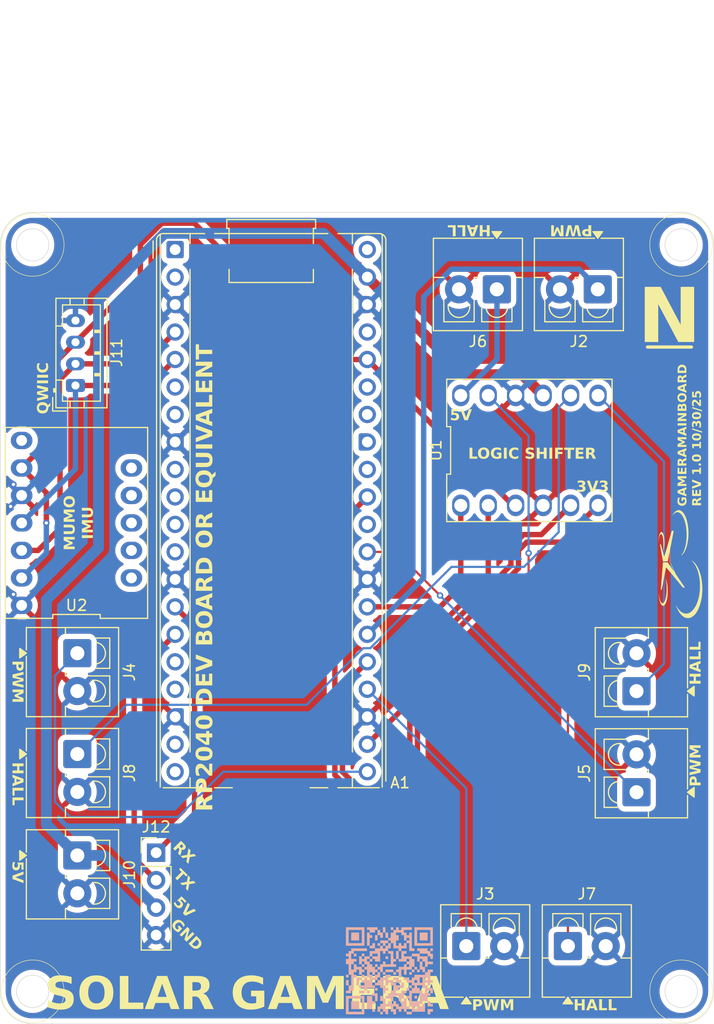
<source format=kicad_pcb>
(kicad_pcb (version 20241229) (generator "pcbnew") (generator_version "9.0")
  (layers (0 "F.Cu" signal) (2 "B.Cu" signal) (13 "F.Paste" user) (15 "B.Paste" user) (5 "F.SilkS" user "F.Silkscreen") (7 "B.SilkS" user "B.Silkscreen") (1 "F.Mask" user) (3 "B.Mask" user) (25 "Edge.Cuts" user))
  (net 0 "")
  (net 7 "SDA")
  (net 17 "SCL")
  (net 21 "GND")
  (net 22 "+5V")
  (net 23 "EPWM")
  (net 24 "NPWM")
  (net 25 "SPWM")
  (net 26 "WPWM")
  (net 27 "+3V3")
  (net 28 "NHALL5V")
  (net 29 "SHALL5V")
  (net 30 "EHALL5V")
  (net 31 "WHALL5V")
  (net 33 "NHALL3V3")
  (net 34 "SHALL3V3")
  (net 35 "EHALL3V3")
  (net 36 "WHALL3V3")
  (net 43 "RX")
  (net 44 "TX")
  (footprint "TerminalBlock_4Ucon:TerminalBlock_4Ucon_1x02_P3.50mm_Vertical" (layer "F.Cu") (at 144.986 97.112 180)
    (property "Reference" "J6" (at 1.75 -4.82 0) (layer "F.SilkS"))
    (property "Value" "North HALL")
    (pad "1" thru_hole roundrect (at 0 0 180) (size 2.6 2.6) (drill 1.3) (layers "*.Cu" "*.Mask") (roundrect_rratio 0.096154) (net 28 "NHALL5V"))
    (pad "2" thru_hole circle (at 3.5 0 180) (size 2.6 2.6) (drill 1.3) (layers "*.Cu" "*.Mask") (net 21 "GND"))
  )
  (footprint "TerminalBlock_4Ucon:TerminalBlock_4Ucon_1x02_P3.50mm_Vertical" (layer "F.Cu") (at 157.912 143.594 90)
    (property "Reference" "J5" (at 1.75 -4.82 90) (layer "F.SilkS"))
    (property "Value" "West PWM")
    (pad "1" thru_hole roundrect (at 0 0 90) (size 2.6 2.6) (drill 1.3) (layers "*.Cu" "*.Mask") (roundrect_rratio 0.096154) (net 26 "WPWM"))
    (pad "2" thru_hole circle (at 3.5 0 90) (size 2.6 2.6) (drill 1.3) (layers "*.Cu" "*.Mask") (net 21 "GND"))
  )
  (footprint "TerminalBlock_4Ucon:TerminalBlock_4Ucon_1x02_P3.50mm_Vertical" (layer "F.Cu") (at 106.1705 140.066 -90)
    (property "Reference" "J8" (at 1.75 -4.82 90) (layer "F.SilkS"))
    (property "Value" "East Hall")
    (pad "1" thru_hole roundrect (at 0 0 270) (size 2.6 2.6) (drill 1.3) (layers "*.Cu" "*.Mask") (roundrect_rratio 0.096154) (net 30 "EHALL5V"))
    (pad "2" thru_hole circle (at 3.5 0 270) (size 2.6 2.6) (drill 1.3) (layers "*.Cu" "*.Mask") (net 21 "GND"))
  )
  (footprint "TerminalBlock_4Ucon:TerminalBlock_4Ucon_1x02_P3.50mm_Vertical" (layer "F.Cu") (at 142.164 157.818)
    (property "Reference" "J3" (at 1.75 -4.82 0) (layer "F.SilkS"))
    (property "Value" "South PWM")
    (pad "1" thru_hole roundrect (at 0 0) (size 2.6 2.6) (drill 1.3) (layers "*.Cu" "*.Mask") (roundrect_rratio 0.096154) (net 25 "SPWM"))
    (pad "2" thru_hole circle (at 3.5 0) (size 2.6 2.6) (drill 1.3) (layers "*.Cu" "*.Mask") (net 21 "GND"))
  )
  (footprint "Connector_JST:JST_PH_B4B-PH-K_1x04_P2.00mm_Vertical" (layer "F.Cu") (at 106 106 90)
    (property "Reference" "J11" (at 3.046 3.81 270) (layer "F.SilkS"))
    (property "Value" "QWIIC")
    (pad "1" thru_hole roundrect (at 0 0 90) (size 1.2 1.75) (drill 0.75) (layers "*.Cu" "*.Mask") (roundrect_rratio 0.208333) (net 17 "SCL"))
    (pad "2" thru_hole oval (at 2 0 90) (size 1.2 1.75) (drill 0.75) (layers "*.Cu" "*.Mask") (net 7 "SDA"))
    (pad "3" thru_hole oval (at 4 0 90) (size 1.2 1.75) (drill 0.75) (layers "*.Cu" "*.Mask") (net 27 "+3V3"))
    (pad "4" thru_hole oval (at 6 0 90) (size 1.2 1.75) (drill 0.75) (layers "*.Cu" "*.Mask") (net 21 "GND"))
  )
  (footprint "LOGO" (layer "F.Cu") (at 161.976 122.512 90)
    (property "Reference" "G***" (hide yes))
    (property "Value" "LOGO" (hide yes))
  )
  (footprint "Custom_Footprint_Library:Logic Shifter" (layer "F.Cu") (at 148 112)
    (property "Reference" "U1" (at -8.65 0 90) (layer "F.SilkS"))
    (property "Value" "~")
    (pad "1" thru_hole oval (at -6.35 5.08) (size 1.6 2) (drill 1.2) (layers "*.Cu" "*.Mask") (net 36 "WHALL3V3"))
    (pad "2" thru_hole oval (at -3.81 5.08) (size 1.6 2) (drill 1.2) (layers "*.Cu" "*.Mask") (net 35 "EHALL3V3"))
    (pad "3" thru_hole oval (at -1.27 5.08) (size 1.6 2) (drill 1.2) (layers "*.Cu" "*.Mask") (net 27 "+3V3"))
    (pad "4" thru_hole oval (at 1.27 5.08) (size 1.6 2) (drill 1.2) (layers "*.Cu" "*.Mask") (net 21 "GND"))
    (pad "5" thru_hole oval (at 3.81 5.08) (size 1.6 2) (drill 1.2) (layers "*.Cu" "*.Mask") (net 34 "SHALL3V3"))
    (pad "6" thru_hole oval (at 6.35 5.08) (size 1.6 2) (drill 1.2) (layers "*.Cu" "*.Mask") (net 33 "NHALL3V3"))
    (pad "7" thru_hole oval (at 6.35 -5.08) (size 1.6 2) (drill 1.2) (layers "*.Cu" "*.Mask") (net 31 "WHALL5V"))
    (pad "8" thru_hole oval (at 3.81 -5.08) (size 1.6 2) (drill 1.2) (layers "*.Cu" "*.Mask") (net 30 "EHALL5V"))
    (pad "9" thru_hole oval (at 1.27 -5.08) (size 1.6 2) (drill 1.2) (layers "*.Cu" "*.Mask") (net 22 "+5V"))
    (pad "10" thru_hole oval (at -1.27 -5.08) (size 1.6 2) (drill 1.2) (layers "*.Cu" "*.Mask") (net 21 "GND"))
    (pad "11" thru_hole oval (at -3.81 -5.08) (size 1.6 2) (drill 1.2) (layers "*.Cu" "*.Mask") (net 29 "SHALL5V"))
    (pad "12" thru_hole oval (at -6.35 -5.08) (size 1.6 2) (drill 1.2) (layers "*.Cu" "*.Mask") (net 28 "NHALL5V"))
  )
  (footprint "TerminalBlock_4Ucon:TerminalBlock_4Ucon_1x02_P3.50mm_Vertical" (layer "F.Cu") (at 151.562 157.818)
    (property "Reference" "J7" (at 1.75 -4.82 0) (layer "F.SilkS"))
    (property "Value" "South Hall")
    (pad "1" thru_hole roundrect (at 0 0) (size 2.6 2.6) (drill 1.3) (layers "*.Cu" "*.Mask") (roundrect_rratio 0.096154) (net 29 "SHALL5V"))
    (pad "2" thru_hole circle (at 3.5 0) (size 2.6 2.6) (drill 1.3) (layers "*.Cu" "*.Mask") (net 21 "GND"))
  )
  (footprint "Custom_Footprint_Library:Mumo" (layer "F.Cu") (at 106.096 118.702 90)
    (property "Reference" "U2" (at -7.62 0 0) (layer "F.SilkS"))
    (property "Value" "~")
    (pad "1" thru_hole oval (at 5.08 5.08 90) (size 1.6 2) (drill 1) (layers "*.Cu" "*.Mask"))
    (pad "2" thru_hole oval (at 2.54 5.08 90) (size 1.6 2) (drill 1) (layers "*.Cu" "*.Mask"))
    (pad "3" thru_hole oval (at 0 5.08 90) (size 1.6 2) (drill 1) (layers "*.Cu" "*.Mask"))
    (pad "4" thru_hole oval (at -2.54 5.08 90) (size 1.6 2) (drill 1) (layers "*.Cu" "*.Mask"))
    (pad "5" thru_hole oval (at -5.08 5.08 90) (size 1.6 2) (drill 1) (layers "*.Cu" "*.Mask"))
    (pad "6" thru_hole oval (at 7.62 -5.08 90) (size 1.6 2) (drill 1) (layers "*.Cu" "*.Mask"))
    (pad "7" thru_hole oval (at 5.08 -5.08 90) (size 1.6 2) (drill 1) (layers "*.Cu" "*.Mask") (net 27 "+3V3"))
    (pad "8" thru_hole oval (at 2.54 -5.08 90) (size 1.6 2) (drill 1) (layers "*.Cu" "*.Mask") (net 21 "GND"))
    (pad "9" thru_hole oval (at 0 -5.08 90) (size 1.6 2) (drill 1) (layers "*.Cu" "*.Mask") (net 17 "SCL"))
    (pad "10" thru_hole oval (at -2.54 -5.08 90) (size 1.6 2) (drill 1) (layers "*.Cu" "*.Mask") (net 7 "SDA"))
    (pad "11" thru_hole oval (at -5.08 -5.08 90) (size 1.6 2) (drill 1) (layers "*.Cu" "*.Mask") (net 27 "+3V3"))
    (pad "12" thru_hole oval (at -7.62 -5.08 90) (size 1.6 2) (drill 1) (layers "*.Cu" "*.Mask") (net 21 "GND"))
  )
  (footprint "TerminalBlock_4Ucon:TerminalBlock_4Ucon_1x02_P3.50mm_Vertical" (layer "F.Cu") (at 157.912 134.252 90)
    (property "Reference" "J9" (at 1.75 -4.82 90) (layer "F.SilkS"))
    (property "Value" "West Hall")
    (pad "1" thru_hole roundrect (at 0 0 90) (size 2.6 2.6) (drill 1.3) (layers "*.Cu" "*.Mask") (roundrect_rratio 0.096154) (net 31 "WHALL5V"))
    (pad "2" thru_hole circle (at 3.5 0 90) (size 2.6 2.6) (drill 1.3) (layers "*.Cu" "*.Mask") (net 21 "GND"))
  )
  (footprint "TerminalBlock_4Ucon:TerminalBlock_4Ucon_1x02_P3.50mm_Vertical" (layer "F.Cu") (at 106.1705 130.7425 -90)
    (property "Reference" "J4" (at 1.75 -4.82 90) (layer "F.SilkS"))
    (property "Value" "East PWM")
    (pad "1" thru_hole roundrect (at 0 0 270) (size 2.6 2.6) (drill 1.3) (layers "*.Cu" "*.Mask") (roundrect_rratio 0.096154) (net 23 "EPWM"))
    (pad "2" thru_hole circle (at 3.5 0 270) (size 2.6 2.6) (drill 1.3) (layers "*.Cu" "*.Mask") (net 21 "GND"))
  )
  (footprint "Connector_PinHeader_2.54mm:PinHeader_1x04_P2.54mm_Vertical" (layer "F.Cu") (at 113.462 149.182)
    (property "Reference" "J12" (at 0 -2.38 0) (layer "F.SilkS"))
    (property "Value" "Conn_01x04_Socket")
    (pad "1" thru_hole rect (at 0 0) (size 1.7 1.7) (drill 1) (layers "*.Cu" "*.Mask") (net 43 "RX"))
    (pad "2" thru_hole circle (at 0 2.54) (size 1.7 1.7) (drill 1) (layers "*.Cu" "*.Mask") (net 44 "TX"))
    (pad "3" thru_hole circle (at 0 5.08) (size 1.7 1.7) (drill 1) (layers "*.Cu" "*.Mask") (net 22 "+5V"))
    (pad "4" thru_hole circle (at 0 7.62) (size 1.7 1.7) (drill 1) (layers "*.Cu" "*.Mask") (net 21 "GND"))
  )
  (footprint "Module:RaspberryPi_Pico_Common_THT" (layer "F.Cu") (at 115.22 93.44)
    (property "Reference" "A1" (at 19.812 49.276 0) (layer "F.SilkS") (effects (justify left)))
    (property "Value" "RaspberryPi_Pico")
    (pad "1" thru_hole roundrect (at 0 0) (size 1.6 1.6) (drill 1) (layers "*.Cu" "*.Mask") (roundrect_rratio 0.125))
    (pad "2" thru_hole circle (at 0 2.54) (size 1.6 1.6) (drill 1) (layers "*.Cu" "*.Mask"))
    (pad "3" thru_hole custom (at 0 5.08) (size 1.6 1.6) (drill 1) (layers "*.Cu" "*.Mask") (net 21 "GND") (options (clearance outline) (anchor circle)) (primitives (gr_poly (pts (xy 0.8 0.6) (xy 0.8 -0.6) (xy 0.6 -0.8) (xy 0 -0.8) (xy 0 0.8) (xy 0.6 0.8)) (width 0) (fill yes)) (gr_circle (center 0.6 0.6) (end 0.8 0.6) (width 0) (fill yes)) (gr_circle (center 0.6 -0.6) (end 0.8 -0.6) (width 0) (fill yes))))
    (pad "4" thru_hole circle (at 0 7.62) (size 1.6 1.6) (drill 1) (layers "*.Cu" "*.Mask") (net 7 "SDA"))
    (pad "5" thru_hole circle (at 0 10.16) (size 1.6 1.6) (drill 1) (layers "*.Cu" "*.Mask") (net 17 "SCL"))
    (pad "6" thru_hole circle (at 0 12.7) (size 1.6 1.6) (drill 1) (layers "*.Cu" "*.Mask"))
    (pad "7" thru_hole circle (at 0 15.24) (size 1.6 1.6) (drill 1) (layers "*.Cu" "*.Mask"))
    (pad "8" thru_hole custom (at 0 17.78) (size 1.6 1.6) (drill 1) (layers "*.Cu" "*.Mask") (net 21 "GND") (options (clearance outline) (anchor circle)) (primitives (gr_poly (pts (xy 0.8 0.6) (xy 0.8 -0.6) (xy 0.6 -0.8) (xy 0 -0.8) (xy 0 0.8) (xy 0.6 0.8)) (width 0) (fill yes)) (gr_circle (center 0.6 0.6) (end 0.8 0.6) (width 0) (fill yes)) (gr_circle (center 0.6 -0.6) (end 0.8 -0.6) (width 0) (fill yes))))
    (pad "9" thru_hole circle (at 0 20.32) (size 1.6 1.6) (drill 1) (layers "*.Cu" "*.Mask"))
    (pad "10" thru_hole circle (at 0 22.86) (size 1.6 1.6) (drill 1) (layers "*.Cu" "*.Mask"))
    (pad "11" thru_hole circle (at 0 25.4) (size 1.6 1.6) (drill 1) (layers "*.Cu" "*.Mask"))
    (pad "12" thru_hole circle (at 0 27.94) (size 1.6 1.6) (drill 1) (layers "*.Cu" "*.Mask"))
    (pad "13" thru_hole custom (at 0 30.48) (size 1.6 1.6) (drill 1) (layers "*.Cu" "*.Mask") (net 21 "GND") (options (clearance outline) (anchor circle)) (primitives (gr_poly (pts (xy 0.8 0.6) (xy 0.8 -0.6) (xy 0.6 -0.8) (xy 0 -0.8) (xy 0 0.8) (xy 0.6 0.8)) (width 0) (fill yes)) (gr_circle (center 0.6 0.6) (end 0.8 0.6) (width 0) (fill yes)) (gr_circle (center 0.6 -0.6) (end 0.8 -0.6) (width 0) (fill yes))))
    (pad "14" thru_hole circle (at 0 33.02) (size 1.6 1.6) (drill 1) (layers "*.Cu" "*.Mask") (net 43 "RX"))
    (pad "15" thru_hole circle (at 0 35.56) (size 1.6 1.6) (drill 1) (layers "*.Cu" "*.Mask") (net 44 "TX"))
    (pad "16" thru_hole circle (at 0 38.1) (size 1.6 1.6) (drill 1) (layers "*.Cu" "*.Mask"))
    (pad "17" thru_hole circle (at 0 40.64) (size 1.6 1.6) (drill 1) (layers "*.Cu" "*.Mask"))
    (pad "18" thru_hole custom (at 0 43.18) (size 1.6 1.6) (drill 1) (layers "*.Cu" "*.Mask") (net 21 "GND") (options (clearance outline) (anchor circle)) (primitives (gr_poly (pts (xy 0.8 0.6) (xy 0.8 -0.6) (xy 0.6 -0.8) (xy 0 -0.8) (xy 0 0.8) (xy 0.6 0.8)) (width 0) (fill yes)) (gr_circle (center 0.6 0.6) (end 0.8 0.6) (width 0) (fill yes)) (gr_circle (center 0.6 -0.6) (end 0.8 -0.6) (width 0) (fill yes))))
    (pad "19" thru_hole circle (at 0 45.72) (size 1.6 1.6) (drill 1) (layers "*.Cu" "*.Mask"))
    (pad "20" thru_hole circle (at 0 48.26) (size 1.6 1.6) (drill 1) (layers "*.Cu" "*.Mask"))
    (pad "21" thru_hole circle (at 17.78 48.26) (size 1.6 1.6) (drill 1) (layers "*.Cu" "*.Mask") (net 23 "EPWM"))
    (pad "22" thru_hole circle (at 17.78 45.72) (size 1.6 1.6) (drill 1) (layers "*.Cu" "*.Mask") (net 35 "EHALL3V3"))
    (pad "23" thru_hole custom (at 17.78 43.18) (size 1.6 1.6) (drill 1) (layers "*.Cu" "*.Mask") (net 21 "GND") (options (clearance outline) (anchor circle)) (primitives (gr_poly (pts (xy -0.8 0.6) (xy -0.8 -0.6) (xy -0.6 -0.8) (xy 0 -0.8) (xy 0 0.8) (xy -0.6 0.8)) (width 0) (fill yes)) (gr_circle (center -0.6 0.6) (end -0.4 0.6) (width 0) (fill yes)) (gr_circle (center -0.6 -0.6) (end -0.4 -0.6) (width 0) (fill yes))))
    (pad "24" thru_hole circle (at 17.78 40.64) (size 1.6 1.6) (drill 1) (layers "*.Cu" "*.Mask") (net 25 "SPWM"))
    (pad "25" thru_hole circle (at 17.78 38.1) (size 1.6 1.6) (drill 1) (layers "*.Cu" "*.Mask") (net 34 "SHALL3V3"))
    (pad "26" thru_hole circle (at 17.78 35.56) (size 1.6 1.6) (drill 1) (layers "*.Cu" "*.Mask") (net 24 "NPWM"))
    (pad "27" thru_hole circle (at 17.78 33.02) (size 1.6 1.6) (drill 1) (layers "*.Cu" "*.Mask") (net 36 "WHALL3V3"))
    (pad "28" thru_hole custom (at 17.78 30.48) (size 1.6 1.6) (drill 1) (layers "*.Cu" "*.Mask") (net 21 "GND") (options (clearance outline) (anchor circle)) (primitives (gr_poly (pts (xy -0.8 0.6) (xy -0.8 -0.6) (xy -0.6 -0.8) (xy 0 -0.8) (xy 0 0.8) (xy -0.6 0.8)) (width 0) (fill yes)) (gr_circle (center -0.6 0.6) (end -0.4 0.6) (width 0) (fill yes)) (gr_circle (center -0.6 -0.6) (end -0.4 -0.6) (width 0) (fill yes))))
    (pad "29" thru_hole circle (at 17.78 27.94) (size 1.6 1.6) (drill 1) (layers "*.Cu" "*.Mask") (net 26 "WPWM"))
    (pad "30" thru_hole circle (at 17.78 25.4) (size 1.6 1.6) (drill 1) (layers "*.Cu" "*.Mask"))
    (pad "31" thru_hole circle (at 17.78 22.86) (size 1.6 1.6) (drill 1) (layers "*.Cu" "*.Mask") (net 33 "NHALL3V3"))
    (pad "32" thru_hole circle (at 17.78 20.32) (size 1.6 1.6) (drill 1) (layers "*.Cu" "*.Mask"))
    (pad "33" thru_hole custom (at 17.78 17.78) (size 1.6 1.6) (drill 1) (layers "*.Cu" "*.Mask") (options (clearance outline) (anchor circle)) (primitives (gr_poly (pts (xy -0.8 0.6) (xy -0.8 -0.6) (xy -0.6 -0.8) (xy 0 -0.8) (xy 0 0.8) (xy -0.6 0.8)) (width 0) (fill yes)) (gr_circle (center -0.6 0.6) (end -0.4 0.6) (width 0) (fill yes)) (gr_circle (center -0.6 -0.6) (end -0.4 -0.6) (width 0) (fill yes))))
    (pad "34" thru_hole circle (at 17.78 15.24) (size 1.6 1.6) (drill 1) (layers "*.Cu" "*.Mask"))
    (pad "35" thru_hole circle (at 17.78 12.7) (size 1.6 1.6) (drill 1) (layers "*.Cu" "*.Mask"))
    (pad "36" thru_hole circle (at 17.78 10.16) (size 1.6 1.6) (drill 1) (layers "*.Cu" "*.Mask") (net 27 "+3V3"))
    (pad "37" thru_hole circle (at 17.78 7.62) (size 1.6 1.6) (drill 1) (layers "*.Cu" "*.Mask"))
    (pad "38" thru_hole custom (at 17.78 5.08) (size 1.6 1.6) (drill 1) (layers "*.Cu" "*.Mask") (net 21 "GND") (options (clearance outline) (anchor circle)) (primitives (gr_poly (pts (xy -0.8 0.6) (xy -0.8 -0.6) (xy -0.6 -0.8) (xy 0 -0.8) (xy 0 0.8) (xy -0.6 0.8)) (width 0) (fill yes)) (gr_circle (center -0.6 0.6) (end -0.4 0.6) (width 0) (fill yes)) (gr_circle (center -0.6 -0.6) (end -0.4 -0.6) (width 0) (fill yes))))
    (pad "39" thru_hole circle (at 17.78 2.54) (size 1.6 1.6) (drill 1) (layers "*.Cu" "*.Mask") (net 22 "+5V"))
    (pad "40" thru_hole circle (at 17.78 0) (size 1.6 1.6) (drill 1) (layers "*.Cu" "*.Mask"))
  )
  (footprint "TerminalBlock_4Ucon:TerminalBlock_4Ucon_1x02_P3.50mm_Vertical" (layer "F.Cu") (at 109.9905 147.066 -90)
    (property "Reference" "J10" (at 4.12 -1 90) (layer "F.SilkS"))
    (property "Value" "Power")
    (pad "1" thru_hole roundrect (at 2.37 3.82 270) (size 2.6 2.6) (drill 1.3) (layers "*.Cu" "*.Mask") (roundrect_rratio 0.096154) (net 22 "+5V"))
    (pad "2" thru_hole circle (at 5.87 3.82 270) (size 2.6 2.6) (drill 1.3) (layers "*.Cu" "*.Mask") (net 21 "GND"))
  )
  (footprint "TerminalBlock_4Ucon:TerminalBlock_4Ucon_1x02_P3.50mm_Vertical" (layer "F.Cu") (at 154.328 97.112 180)
    (property "Reference" "J2" (at 1.75 -4.82 0) (layer "F.SilkS"))
    (property "Value" "North PWM")
    (pad "1" thru_hole roundrect (at 0 0 180) (size 2.6 2.6) (drill 1.3) (layers "*.Cu" "*.Mask") (roundrect_rratio 0.096154) (net 24 "NPWM"))
    (pad "2" thru_hole circle (at 3.5 0 180) (size 2.6 2.6) (drill 1.3) (layers "*.Cu" "*.Mask") (net 21 "GND"))
  )
  (footprint "LOGO" (layer "B.Cu") (at 135.052 160.104 -90)
    (property "Reference" "G***" (hide yes))
    (property "Value" "LOGO" (hide yes))
  )
  (gr_circle (center 162.04 93) (end 164.94 93) (stroke (width 0.05)) (fill no) (layer "F.SilkS"))
  (gr_circle (center 102.04 93) (end 104.94 93) (stroke (width 0.05)) (fill no) (layer "F.SilkS"))
  (gr_circle (center 162.04 162) (end 164.94 162) (stroke (width 0.05)) (fill no) (layer "F.SilkS"))
  (gr_line (start 158.928 102.446) (end 162.992 102.446) (stroke (width 0.3)) (layer "F.SilkS"))
  (gr_circle (center 102.04 162) (end 104.94 162) (stroke (width 0.05)) (fill no) (layer "F.SilkS"))
  (gr_circle (center 162.04 93) (end 163.54 93) (stroke (width 0.05)) (fill no) (layer "Edge.Cuts"))
  (gr_circle (center 102.04 93) (end 103.54 93) (stroke (width 0.05)) (fill no) (layer "Edge.Cuts"))
  (gr_arc (start 102.032 165) (mid 99.915851 164.118495) (end 99.039999 162) (stroke (width 0.05)) (layer "Edge.Cuts"))
  (gr_line (start 102.04 90) (end 162.04 90) (stroke (width 0.05)) (layer "Edge.Cuts"))
  (gr_arc (start 165.04 162) (mid 164.16132 164.12132) (end 162.04 165) (stroke (width 0.05)) (layer "Edge.Cuts"))
  (gr_line (start 162.04 165) (end 102.032 164.999999) (stroke (width 0.05)) (layer "Edge.Cuts"))
  (gr_arc (start 99.04 93) (mid 99.91868 90.87868) (end 102.04 90) (stroke (width 0.05)) (layer "Edge.Cuts"))
  (gr_arc (start 162.04 90) (mid 164.16132 90.87868) (end 165.04 93) (stroke (width 0.05)) (layer "Edge.Cuts"))
  (gr_circle (center 102.04 162) (end 103.54 162) (stroke (width 0.05)) (fill no) (layer "Edge.Cuts"))
  (gr_line (start 99.04 162) (end 99.04 93) (stroke (width 0.05)) (layer "Edge.Cuts"))
  (gr_circle (center 162.04 162) (end 163.54 162) (stroke (width 0.05)) (fill no) (layer "Edge.Cuts"))
  (gr_line (start 165.04 93) (end 165.04 162) (stroke (width 0.05)) (layer "Edge.Cuts"))
  (gr_text "QWIIC" (at 103.048 106.256 90) (layer "F.SilkS") (effects (font (size 1 1) (thickness 0.25))))
  (gr_text "PWM" (at 153.848 91.016 180) (layer "F.SilkS") (effects (font (size 1 1) (thickness 0.1)) (justify left bottom)))
  (gr_text "GAMERAMAINBOARD\nREV 1.0 10/30/25" (at 164.008 117.178 90) (layer "F.SilkS") (effects (font (size 0.8 0.8) (thickness 0.1)) (justify left bottom)))
  (gr_text "SOLAR GAMERA" (at 121.844 162.39 0) (layer "F.SilkS") (effects (font (size 3 3) (thickness 0.25))))
  (gr_text "RX" (at 116.002 149.182 315) (layer "F.SilkS") (effects (font (size 1 1) (thickness 0.25))))
  (gr_text "PWM" (at 164.008 143.086 90) (layer "F.SilkS") (effects (font (size 1 1) (thickness 0.1)) (justify left bottom)))
  (gr_text "HALL" (at 100 140.8 270) (layer "F.SilkS") (effects (font (size 1 1) (thickness 0.1)) (justify left bottom)))
  (gr_text "PWM" (at 142.672 163.914 0) (layer "F.SilkS") (effects (font (size 1 1) (thickness 0.1)) (justify left bottom)))
  (gr_text "5V" (at 141.656 108.796 0) (layer "F.SilkS") (effects (font (size 1 1) (thickness 0.25))))
  (gr_text "5V" (at 116.002 154.262 315) (layer "F.SilkS") (effects (font (size 1 1) (thickness 0.25))))
  (gr_text "TX" (at 116.002 151.722 315) (layer "F.SilkS") (effects (font (size 1 1) (thickness 0.25))))
  (gr_text "RP2040 DEV BOARD OR EQUIVALENT" (at 118.034 123.782 90) (layer "F.SilkS") (effects (font (size 1.5 1.5) (thickness 0.25))))
  (gr_text "3V3" (at 153.848 115.4 0) (layer "F.SilkS") (effects (font (size 1 1) (thickness 0.25))))
  (gr_text "HALL" (at 152.07 163.914 0) (layer "F.SilkS") (effects (font (size 1 1) (thickness 0.1)) (justify left bottom)))
  (gr_text "MUMO\nIMU" (at 106.35 118.702 90) (layer "F.SilkS") (effects (font (size 1 1) (thickness 0.25))))
  (gr_text "5V" (at 100 149.944 270) (layer "F.SilkS") (effects (font (size 1 1) (thickness 0.1)) (justify left bottom)))
  (gr_text "PWM" (at 100 131.402 270) (layer "F.SilkS") (effects (font (size 1 1) (thickness 0.1)) (justify left bottom)))
  (gr_text "N" (at 160.96 99.906 0) (layer "F.SilkS") (effects (font (size 5 5) (thickness 0.25))))
  (gr_text "LOGIC SHIFTER" (at 148.26 112.352 0) (layer "F.SilkS") (effects (font (size 1 1) (thickness 0.25))))
  (gr_text "HALL" (at 144.45 91.016 180) (layer "F.SilkS") (effects (font (size 1 1) (thickness 0.1)) (justify left bottom)))
  (gr_text "GND" (at 116.256 156.802 315) (layer "F.SilkS") (effects (font (size 1 1) (thickness 0.25))))
  (gr_text "HALL" (at 164.008 133.688 90) (layer "F.SilkS") (effects (font (size 1 1) (thickness 0.1)) (justify left bottom)))
  (segment (start 102.54 121.242) (end 101.016 121.242) (width 0.5) (layer "F.Cu") (net 7))
  (segment (start 112.28 104) (end 115.22 101.06) (width 0.5) (layer "F.Cu") (net 7))
  (segment (start 106 104) (end 104.572 105.428) (width 0.5) (layer "F.Cu") (net 7))
  (segment (start 106 104) (end 112.28 104) (width 0.5) (layer "F.Cu") (net 7))
  (segment (start 104.572 105.428) (end 104.572 119.21) (width 0.5) (layer "F.Cu") (net 7))
  (segment (start 104.572 119.21) (end 102.54 121.242) (width 0.5) (layer "F.Cu") (net 7))
  (segment (start 112.82 106) (end 115.22 103.6) (width 0.5) (layer "F.Cu") (net 17))
  (segment (start 106 106) (end 112.82 106) (width 0.5) (layer "F.Cu") (net 17))
  (segment (start 106 113.718) (end 101.016 118.702) (width 0.5) (layer "B.Cu") (net 17))
  (segment (start 106 106) (end 106 113.718) (width 0.5) (layer "B.Cu") (net 17))
  (via (at 100.254 125.306) (size 0.6) (drill 0.3) (layers "F.Cu" "B.Cu") (net 21))
  (via (at 100 117.178) (size 0.6) (drill 0.3) (layers "F.Cu" "B.Cu") (net 21))
  (via (at 100.254 115.146) (size 0.6) (drill 0.3) (layers "F.Cu" "B.Cu") (net 21))
  (segment (start 142 105) (end 147.35 105) (width 1) (layer "F.Cu") (net 22))
  (segment (start 133 95.98) (end 133 96) (width 1) (layer "F.Cu") (net 22))
  (segment (start 133 96) (end 142 105) (width 1) (layer "F.Cu") (net 22))
  (segment (start 147.35 105) (end 149.27 106.92) (width 1) (layer "F.Cu") (net 22))
  (segment (start 108.128 98.052252) (end 108.128 120.988) (width 1) (layer "B.Cu") (net 22))
  (segment (start 114.241252 91.939) (end 108.128 98.052252) (width 1) (layer "B.Cu") (net 22))
  (segment (start 128.959 91.939) (end 114.241252 91.939) (width 1) (layer "B.Cu") (net 22))
  (segment (start 106.1705 149.436) (end 108.636 149.436) (width 1) (layer "B.Cu") (net 22))
  (segment (start 103.302 146.5675) (end 106.1705 149.436) (width 1) (layer "B.Cu") (net 22))
  (segment (start 133 95.98) (end 128.959 91.939) (width 1) (layer "B.Cu") (net 22))
  (segment (start 108.636 149.436) (end 113.462 154.262) (width 1) (layer "B.Cu") (net 22))
  (segment (start 108.128 120.988) (end 103.302 125.814) (width 1) (layer "B.Cu") (net 22))
  (segment (start 103.302 125.814) (end 103.302 146.5675) (width 1) (layer "B.Cu") (net 22))
  (segment (start 104.103 144.481226) (end 104.103 132.81) (width 0.2) (layer "B.Cu") (net 23))
  (segment (start 115.494 145.88) (end 105.501774 145.88) (width 0.2) (layer "B.Cu") (net 23))
  (segment (start 104.103 132.81) (end 106.1705 130.7425) (width 0.2) (layer "B.Cu") (net 23))
  (segment (start 133 141.7) (end 119.674 141.7) (width 0.2) (layer "B.Cu") (net 23))
  (segment (start 105.501774 145.88) (end 104.103 144.481226) (width 0.2) (layer "B.Cu") (net 23))
  (segment (start 119.674 141.7) (end 115.494 145.88) (width 0.2) (layer "B.Cu") (net 23))
  (segment (start 133 129) (end 138.217 123.783) (width 0.5) (layer "B.Cu") (net 24))
  (segment (start 138.217 123.783) (end 138.217 97.806712) (width 0.5) (layer "B.Cu") (net 24))
  (segment (start 140.774712 95.249) (end 152.591 95.249) (width 0.5) (layer "B.Cu") (net 24))
  (segment (start 138.217 97.806712) (end 140.774712 95.249) (width 0.5) (layer "B.Cu") (net 24))
  (segment (start 152.591 95.249) (end 154.342 97) (width 0.5) (layer "B.Cu") (net 24))
  (segment (start 142.164 157.818) (end 142.164 143.244) (width 0.2) (layer "B.Cu") (net 25))
  (segment (start 142.164 143.244) (end 133 134.08) (width 0.2) (layer "B.Cu") (net 25))
  (segment (start 139.728669 125.410669) (end 135.698 121.38) (width 0.2) (layer "F.Cu") (net 26))
  (segment (start 135.698 121.38) (end 133 121.38) (width 0.2) (layer "F.Cu") (net 26))
  (via (at 139.728669 125.410669) (size 0.6) (drill 0.3) (layers "F.Cu" "B.Cu") (net 26))
  (segment (start 139.728669 125.410669) (end 157.912 143.594) (width 0.2) (layer "B.Cu") (net 26))
  (segment (start 114 91) (end 117 91) (width 0.5) (layer "F.Cu") (net 27))
  (segment (start 103.302 115.908) (end 103.302 118.702) (width 0.5) (layer "F.Cu") (net 27))
  (segment (start 102.794 105.206) (end 102.794 111.844) (width 0.5) (layer "F.Cu") (net 27))
  (segment (start 106 102) (end 102.794 105.206) (width 0.5) (layer "F.Cu") (net 27))
  (segment (start 146.48 117.08) (end 133 103.6) (width 0.5) (layer "F.Cu") (net 27))
  (segment (start 129.6 103.6) (end 133 103.6) (width 0.5) (layer "F.Cu") (net 27))
  (segment (start 106 102) (end 112 96) (width 0.5) (layer "F.Cu") (net 27))
  (segment (start 117 91) (end 129.6 103.6) (width 0.5) (layer "F.Cu") (net 27))
  (segment (start 112 93) (end 114 91) (width 0.5) (layer "F.Cu") (net 27))
  (segment (start 146.73 117.08) (end 146.48 117.08) (width 0.5) (layer "F.Cu") (net 27))
  (segment (start 101.016 113.622) (end 103.302 115.908) (width 0.5) (layer "F.Cu") (net 27))
  (segment (start 112 96) (end 112 93) (width 0.5) (layer "F.Cu") (net 27))
  (segment (start 102.794 111.844) (end 101.016 113.622) (width 0.5) (layer "F.Cu") (net 27))
  (via (at 103.302 118.702) (size 0.6) (drill 0.3) (layers "F.Cu" "B.Cu") (net 27))
  (segment (start 103.302 121.496) (end 101.016 123.782) (width 0.5) (layer "B.Cu") (net 27))
  (segment (start 103.302 118.702) (end 103.302 121.496) (width 0.5) (layer "B.Cu") (net 27))
  (segment (start 145 97) (end 145 103.57) (width 0.5) (layer "B.Cu") (net 28))
  (segment (start 145 103.57) (end 141.65 106.92) (width 0.5) (layer "B.Cu") (net 28))
  (segment (start 151.562 127.846) (end 151.562 157.818) (width 0.2) (layer "F.Cu") (net 29))
  (segment (start 147.925 124.209) (end 151.562 127.846) (width 0.2) (layer "F.Cu") (net 29))
  (segment (start 147.925 121.496) (end 147.925 124.209) (width 0.2) (layer "F.Cu") (net 29))
  (via (at 147.925 121.496) (size 0.6) (drill 0.3) (layers "F.Cu" "B.Cu") (net 29))
  (segment (start 144.19 106.92) (end 147.925 110.655) (width 0.2) (layer "B.Cu") (net 29))
  (segment (start 147.925 121.496) (end 147.925 110.655) (width 0.2) (layer "B.Cu") (net 29))
  (segment (start 148.526 121.744943) (end 148.526 121.738) (width 0.2) (layer "B.Cu") (net 30))
  (segment (start 150.709 119.555) (end 150.709 108.021) (width 0.2) (layer "B.Cu") (net 30))
  (segment (start 140.79105 122.766) (end 147.498 122.766) (width 0.2) (layer "B.Cu") (net 30))
  (segment (start 147.498 122.766) (end 148.167 122.097) (width 0.2) (layer "B.Cu") (net 30))
  (segment (start 133.274329 130.282721) (end 140.79105 122.766) (width 0.2) (layer "B.Cu") (net 30))
  (segment (start 132.615279 130.282721) (end 133.274329 130.282721) (width 0.2) (layer "B.Cu") (net 30))
  (segment (start 127.384 135.514) (end 132.615279 130.282721) (width 0.2) (layer "B.Cu") (net 30))
  (segment (start 148.526 121.738) (end 150.709 119.555) (width 0.2) (layer "B.Cu") (net 30))
  (segment (start 150.709 108.021) (end 151.81 106.92) (width 0.2) (layer "B.Cu") (net 30))
  (segment (start 110.7225 135.514) (end 127.384 135.514) (width 0.2) (layer "B.Cu") (net 30))
  (segment (start 148.167 122.097) (end 148.173943 122.097) (width 0.2) (layer "B.Cu") (net 30))
  (segment (start 148.173943 122.097) (end 148.526 121.744943) (width 0.2) (layer "B.Cu") (net 30))
  (segment (start 106.1705 140.066) (end 110.7225 135.514) (width 0.2) (layer "B.Cu") (net 30))
  (segment (start 154.35 106.92) (end 160.452 113.022) (width 0.2) (layer "B.Cu") (net 31))
  (segment (start 160.452 131.712) (end 157.912 134.252) (width 0.2) (layer "B.Cu") (net 31))
  (segment (start 160.452 113.022) (end 160.452 131.712) (width 0.2) (layer "B.Cu") (net 31))
  (segment (start 130 142) (end 130 119.3) (width 0.5) (layer "F.Cu") (net 33))
  (segment (start 147.752 120.48) (end 146.99 121.242) (width 0.5) (layer "F.Cu") (net 33))
  (segment (start 146.99 121.242) (end 146.99 122.891364) (width 0.5) (layer "F.Cu") (net 33))
  (segment (start 146.99 122.891364) (end 137.640364 132.241) (width 0.5) (layer "F.Cu") (net 33))
  (segment (start 154.35 117.08) (end 150.95 120.48) (width 0.5) (layer "F.Cu") (net 33))
  (segment (start 132 144) (end 130 142) (width 0.5) (layer "F.Cu") (net 33))
  (segment (start 150.95 120.48) (end 147.752 120.48) (width 0.5) (layer "F.Cu") (net 33))
  (segment (start 135.174856 144) (end 132 144) (width 0.5) (layer "F.Cu") (net 33))
  (segment (start 130 119.3) (end 133 116.3) (width 0.5) (layer "F.Cu") (net 33))
  (segment (start 137.640364 132.241) (end 137.640364 141.534492) (width 0.5) (layer "F.Cu") (net 33))
  (segment (start 137.640364 141.534492) (end 135.174856 144) (width 0.5) (layer "F.Cu") (net 33))
  (segment (start 132.290364 143.299) (end 134.884492 143.299) (width 0.5) (layer "F.Cu") (net 34))
  (segment (start 134.884492 143.299) (end 136.939364 141.244128) (width 0.5) (layer "F.Cu") (net 34))
  (segment (start 146.289 120.951636) (end 147.461636 119.779) (width 0.5) (layer "F.Cu") (net 34))
  (segment (start 136.939364 131.950636) (end 146.289 122.601) (width 0.5) (layer "F.Cu") (net 34))
  (segment (start 130.701 141.709636) (end 132.290364 143.299) (width 0.5) (layer "F.Cu") (net 34))
  (segment (start 136.939364 141.244128) (end 136.939364 131.950636) (width 0.5) (layer "F.Cu") (net 34))
  (segment (start 130.701 133.839) (end 130.701 141.709636) (width 0.5) (layer "F.Cu") (net 34))
  (segment (start 146.289 122.601) (end 146.289 120.951636) (width 0.5) (layer "F.Cu") (net 34))
  (segment (start 133 131.54) (end 130.701 133.839) (width 0.5) (layer "F.Cu") (net 34))
  (segment (start 147.461636 119.779) (end 149.111 119.779) (width 0.5) (layer "F.Cu") (net 34))
  (segment (start 149.111 119.779) (end 151.81 117.08) (width 0.5) (layer "F.Cu") (net 34))
  (segment (start 144.19 123.708636) (end 136.238364 131.660272) (width 0.5) (layer "F.Cu") (net 35))
  (segment (start 136.238364 135.921636) (end 133 139.16) (width 0.5) (layer "F.Cu") (net 35))
  (segment (start 144.19 117.08) (end 144.19 123.708636) (width 0.5) (layer "F.Cu") (net 35))
  (segment (start 136.238364 131.660272) (end 136.238364 135.921636) (width 0.5) (layer "F.Cu") (net 35))
  (segment (start 133 126.46) (end 139.74 126.46) (width 0.5) (layer "F.Cu") (net 36))
  (segment (start 139.74 126.46) (end 141.65 124.55) (width 0.5) (layer "F.Cu") (net 36))
  (segment (start 141.65 124.55) (end 141.65 117.08) (width 0.5) (layer "F.Cu") (net 36))
  (segment (start 115.22 126.46) (end 117.018 128.258) (width 0.5) (layer "F.Cu") (net 43))
  (segment (start 117.018 128.258) (end 117.018 145.626) (width 0.5) (layer "F.Cu") (net 43))
  (segment (start 117.018 145.626) (end 113.462 149.182) (width 0.5) (layer "F.Cu") (net 43))
  (segment (start 111.43 132.79) (end 111.43 149.69) (width 0.5) (layer "F.Cu") (net 44))
  (segment (start 115.22 129) (end 111.43 132.79) (width 0.5) (layer "F.Cu") (net 44))
  (segment (start 111.43 149.69) (end 113.462 151.722) (width 0.5) (layer "F.Cu") (net 44))
  (zone (net 21) (net_name "GND") (layers "F.Cu" "B.Cu") (connect_pads (clearance 0.5)) (min_thickness 0.25) (fill yes (thermal_gap 0.5) (thermal_bridge_width 0.5))
    (polygon (pts (xy 165.096105 89.833033) (xy 99.056105 89.833033) (xy 99.099473 164.81123) (xy 165.040105 165.017033)))
  )
)
</source>
